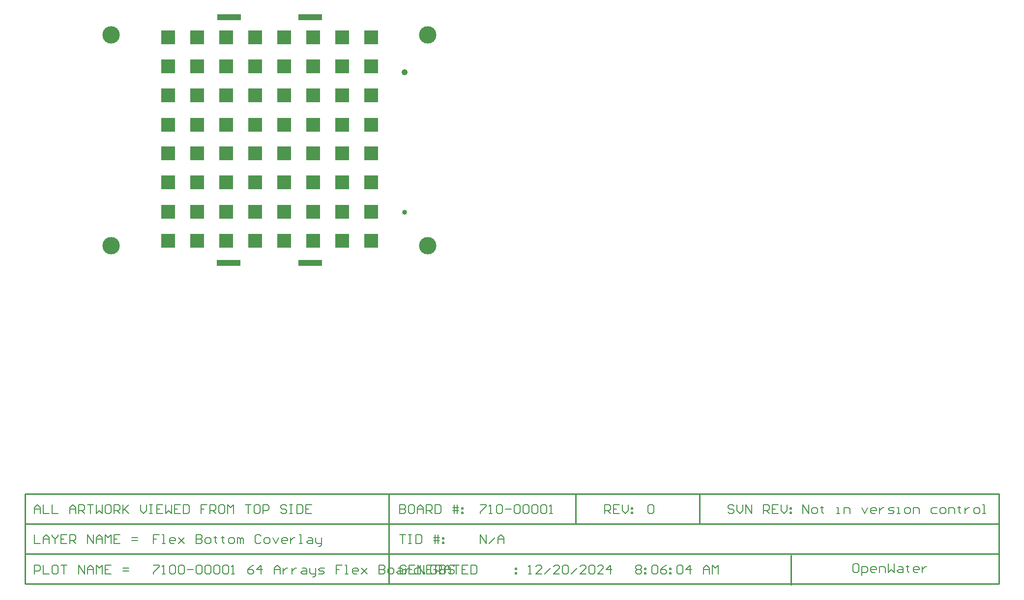
<source format=gbs>
G04*
G04 #@! TF.GenerationSoftware,Altium Limited,Altium Designer,24.3.1 (35)*
G04*
G04 Layer_Color=16711935*
%FSAX25Y25*%
%MOIN*%
G70*
G04*
G04 #@! TF.SameCoordinates,FD1E8778-55F6-401F-AF26-4ACC28CE7946*
G04*
G04*
G04 #@! TF.FilePolarity,Negative*
G04*
G01*
G75*
%ADD11C,0.01000*%
%ADD14C,0.00800*%
%ADD20C,0.11811*%
%ADD21C,0.03356*%
%ADD22C,0.04143*%
%ADD31R,0.09394X0.09394*%
%ADD32R,0.16394X0.04394*%
G54D11*
X0497200Y0080717D02*
Y0101050D01*
X0413200Y0080717D02*
Y0101050D01*
X0040000Y0080717D02*
X0700200D01*
X0040000Y0060383D02*
X0700000D01*
X0040000Y0040050D02*
X0440500D01*
X0040050Y0101050D02*
X0700200D01*
X0040050Y0040050D02*
Y0101050D01*
Y0040050D02*
X0197600D01*
X0040000D02*
Y0101050D01*
X0286500Y0040050D02*
Y0101050D01*
X0700200Y0040050D02*
Y0101050D01*
X0440500Y0040050D02*
X0700200D01*
X0559400Y0039400D02*
Y0059683D01*
G54D14*
X0130899Y0073549D02*
X0126900D01*
Y0070550D01*
X0128899D01*
X0126900D01*
Y0067551D01*
X0132898D02*
X0134897D01*
X0133898D01*
Y0073549D01*
X0132898D01*
X0140895Y0067551D02*
X0138896D01*
X0137896Y0068550D01*
Y0070550D01*
X0138896Y0071549D01*
X0140895D01*
X0141895Y0070550D01*
Y0069550D01*
X0137896D01*
X0143895Y0071549D02*
X0147893Y0067551D01*
X0145894Y0069550D01*
X0147893Y0071549D01*
X0143895Y0067551D01*
X0155891Y0073549D02*
Y0067551D01*
X0158890D01*
X0159889Y0068550D01*
Y0069550D01*
X0158890Y0070550D01*
X0155891D01*
X0158890D01*
X0159889Y0071549D01*
Y0072549D01*
X0158890Y0073549D01*
X0155891D01*
X0162888Y0067551D02*
X0164888D01*
X0165887Y0068550D01*
Y0070550D01*
X0164888Y0071549D01*
X0162888D01*
X0161889Y0070550D01*
Y0068550D01*
X0162888Y0067551D01*
X0168886Y0072549D02*
Y0071549D01*
X0167887D01*
X0169886D01*
X0168886D01*
Y0068550D01*
X0169886Y0067551D01*
X0173885Y0072549D02*
Y0071549D01*
X0172885D01*
X0174884D01*
X0173885D01*
Y0068550D01*
X0174884Y0067551D01*
X0178883D02*
X0180883D01*
X0181882Y0068550D01*
Y0070550D01*
X0180883Y0071549D01*
X0178883D01*
X0177884Y0070550D01*
Y0068550D01*
X0178883Y0067551D01*
X0183882D02*
Y0071549D01*
X0184881D01*
X0185881Y0070550D01*
Y0067551D01*
Y0070550D01*
X0186881Y0071549D01*
X0187880Y0070550D01*
Y0067551D01*
X0199876Y0072549D02*
X0198877Y0073549D01*
X0196877D01*
X0195878Y0072549D01*
Y0068550D01*
X0196877Y0067551D01*
X0198877D01*
X0199876Y0068550D01*
X0202875Y0067551D02*
X0204875D01*
X0205874Y0068550D01*
Y0070550D01*
X0204875Y0071549D01*
X0202875D01*
X0201876Y0070550D01*
Y0068550D01*
X0202875Y0067551D01*
X0207874Y0071549D02*
X0209873Y0067551D01*
X0211873Y0071549D01*
X0216871Y0067551D02*
X0214872D01*
X0213872Y0068550D01*
Y0070550D01*
X0214872Y0071549D01*
X0216871D01*
X0217871Y0070550D01*
Y0069550D01*
X0213872D01*
X0219870Y0071549D02*
Y0067551D01*
Y0069550D01*
X0220870Y0070550D01*
X0221869Y0071549D01*
X0222869D01*
X0225868Y0067551D02*
X0227867D01*
X0226868D01*
Y0073549D01*
X0225868D01*
X0231866Y0071549D02*
X0233865D01*
X0234865Y0070550D01*
Y0067551D01*
X0231866D01*
X0230866Y0068550D01*
X0231866Y0069550D01*
X0234865D01*
X0236864Y0071549D02*
Y0068550D01*
X0237864Y0067551D01*
X0240863D01*
Y0066551D01*
X0239863Y0065551D01*
X0238864D01*
X0240863Y0067551D02*
Y0071549D01*
X0567400Y0087833D02*
Y0093831D01*
X0571399Y0087833D01*
Y0093831D01*
X0574398Y0087833D02*
X0576397D01*
X0577397Y0088833D01*
Y0090832D01*
X0576397Y0091832D01*
X0574398D01*
X0573398Y0090832D01*
Y0088833D01*
X0574398Y0087833D01*
X0580396Y0092832D02*
Y0091832D01*
X0579396D01*
X0581395D01*
X0580396D01*
Y0088833D01*
X0581395Y0087833D01*
X0590393D02*
X0592392D01*
X0591392D01*
Y0091832D01*
X0590393D01*
X0595391Y0087833D02*
Y0091832D01*
X0598390D01*
X0599390Y0090832D01*
Y0087833D01*
X0607387Y0091832D02*
X0609386Y0087833D01*
X0611386Y0091832D01*
X0616384Y0087833D02*
X0614385D01*
X0613385Y0088833D01*
Y0090832D01*
X0614385Y0091832D01*
X0616384D01*
X0617384Y0090832D01*
Y0089833D01*
X0613385D01*
X0619383Y0091832D02*
Y0087833D01*
Y0089833D01*
X0620383Y0090832D01*
X0621383Y0091832D01*
X0622382D01*
X0625381Y0087833D02*
X0628380D01*
X0629380Y0088833D01*
X0628380Y0089833D01*
X0626381D01*
X0625381Y0090832D01*
X0626381Y0091832D01*
X0629380D01*
X0631379Y0087833D02*
X0633379D01*
X0632379D01*
Y0091832D01*
X0631379D01*
X0637377Y0087833D02*
X0639377D01*
X0640376Y0088833D01*
Y0090832D01*
X0639377Y0091832D01*
X0637377D01*
X0636378Y0090832D01*
Y0088833D01*
X0637377Y0087833D01*
X0642376D02*
Y0091832D01*
X0645375D01*
X0646374Y0090832D01*
Y0087833D01*
X0658371Y0091832D02*
X0655372D01*
X0654372Y0090832D01*
Y0088833D01*
X0655372Y0087833D01*
X0658371D01*
X0661370D02*
X0663369D01*
X0664369Y0088833D01*
Y0090832D01*
X0663369Y0091832D01*
X0661370D01*
X0660370Y0090832D01*
Y0088833D01*
X0661370Y0087833D01*
X0666368D02*
Y0091832D01*
X0669367D01*
X0670367Y0090832D01*
Y0087833D01*
X0673366Y0092832D02*
Y0091832D01*
X0672366D01*
X0674365D01*
X0673366D01*
Y0088833D01*
X0674365Y0087833D01*
X0677364Y0091832D02*
Y0087833D01*
Y0089833D01*
X0678364Y0090832D01*
X0679364Y0091832D01*
X0680364D01*
X0684362Y0087833D02*
X0686362D01*
X0687361Y0088833D01*
Y0090832D01*
X0686362Y0091832D01*
X0684362D01*
X0683362Y0090832D01*
Y0088833D01*
X0684362Y0087833D01*
X0689361D02*
X0691360D01*
X0690360D01*
Y0093831D01*
X0689361D01*
X0520799Y0092832D02*
X0519799Y0093831D01*
X0517800D01*
X0516800Y0092832D01*
Y0091832D01*
X0517800Y0090832D01*
X0519799D01*
X0520799Y0089833D01*
Y0088833D01*
X0519799Y0087833D01*
X0517800D01*
X0516800Y0088833D01*
X0522798Y0093831D02*
Y0089833D01*
X0524797Y0087833D01*
X0526797Y0089833D01*
Y0093831D01*
X0528796Y0087833D02*
Y0093831D01*
X0532795Y0087833D01*
Y0093831D01*
X0540792Y0087833D02*
Y0093831D01*
X0543791D01*
X0544791Y0092832D01*
Y0090832D01*
X0543791Y0089833D01*
X0540792D01*
X0542792D02*
X0544791Y0087833D01*
X0550789Y0093831D02*
X0546790D01*
Y0087833D01*
X0550789D01*
X0546790Y0090832D02*
X0548790D01*
X0552788Y0093831D02*
Y0089833D01*
X0554788Y0087833D01*
X0556787Y0089833D01*
Y0093831D01*
X0558786Y0091832D02*
X0559786D01*
Y0090832D01*
X0558786D01*
Y0091832D01*
Y0088833D02*
X0559786D01*
Y0087833D01*
X0558786D01*
Y0088833D01*
X0433000Y0087833D02*
Y0093831D01*
X0435999D01*
X0436999Y0092832D01*
Y0090832D01*
X0435999Y0089833D01*
X0433000D01*
X0434999D02*
X0436999Y0087833D01*
X0442997Y0093831D02*
X0438998D01*
Y0087833D01*
X0442997D01*
X0438998Y0090832D02*
X0440997D01*
X0444996Y0093831D02*
Y0089833D01*
X0446995Y0087833D01*
X0448995Y0089833D01*
Y0093831D01*
X0450994Y0091832D02*
X0451994D01*
Y0090832D01*
X0450994D01*
Y0091832D01*
Y0088833D02*
X0451994D01*
Y0087833D01*
X0450994D01*
Y0088833D01*
X0126900Y0052965D02*
X0130899D01*
Y0051965D01*
X0126900Y0047966D01*
Y0046966D01*
X0132898D02*
X0134897D01*
X0133898D01*
Y0052965D01*
X0132898Y0051965D01*
X0137896D02*
X0138896Y0052965D01*
X0140895D01*
X0141895Y0051965D01*
Y0047966D01*
X0140895Y0046966D01*
X0138896D01*
X0137896Y0047966D01*
Y0051965D01*
X0143895D02*
X0144894Y0052965D01*
X0146894D01*
X0147893Y0051965D01*
Y0047966D01*
X0146894Y0046966D01*
X0144894D01*
X0143895Y0047966D01*
Y0051965D01*
X0149893Y0049966D02*
X0153891D01*
X0155891Y0051965D02*
X0156890Y0052965D01*
X0158890D01*
X0159889Y0051965D01*
Y0047966D01*
X0158890Y0046966D01*
X0156890D01*
X0155891Y0047966D01*
Y0051965D01*
X0161889D02*
X0162888Y0052965D01*
X0164888D01*
X0165887Y0051965D01*
Y0047966D01*
X0164888Y0046966D01*
X0162888D01*
X0161889Y0047966D01*
Y0051965D01*
X0167887D02*
X0168886Y0052965D01*
X0170886D01*
X0171885Y0051965D01*
Y0047966D01*
X0170886Y0046966D01*
X0168886D01*
X0167887Y0047966D01*
Y0051965D01*
X0173885D02*
X0174884Y0052965D01*
X0176884D01*
X0177884Y0051965D01*
Y0047966D01*
X0176884Y0046966D01*
X0174884D01*
X0173885Y0047966D01*
Y0051965D01*
X0179883Y0046966D02*
X0181882D01*
X0180883D01*
Y0052965D01*
X0179883Y0051965D01*
X0194878Y0052965D02*
X0192879Y0051965D01*
X0190879Y0049966D01*
Y0047966D01*
X0191879Y0046966D01*
X0193878D01*
X0194878Y0047966D01*
Y0048966D01*
X0193878Y0049966D01*
X0190879D01*
X0199876Y0046966D02*
Y0052965D01*
X0196877Y0049966D01*
X0200876D01*
X0208874Y0046966D02*
Y0050965D01*
X0210873Y0052965D01*
X0212872Y0050965D01*
Y0046966D01*
Y0049966D01*
X0208874D01*
X0214872Y0050965D02*
Y0046966D01*
Y0048966D01*
X0215871Y0049966D01*
X0216871Y0050965D01*
X0217871D01*
X0220870D02*
Y0046966D01*
Y0048966D01*
X0221869Y0049966D01*
X0222869Y0050965D01*
X0223869D01*
X0227867D02*
X0229867D01*
X0230866Y0049966D01*
Y0046966D01*
X0227867D01*
X0226868Y0047966D01*
X0227867Y0048966D01*
X0230866D01*
X0232866Y0050965D02*
Y0047966D01*
X0233865Y0046966D01*
X0236864D01*
Y0045967D01*
X0235865Y0044967D01*
X0234865D01*
X0236864Y0046966D02*
Y0050965D01*
X0238864Y0046966D02*
X0241863D01*
X0242863Y0047966D01*
X0241863Y0048966D01*
X0239863D01*
X0238864Y0049966D01*
X0239863Y0050965D01*
X0242863D01*
X0254859Y0052965D02*
X0250860D01*
Y0049966D01*
X0252859D01*
X0250860D01*
Y0046966D01*
X0256858D02*
X0258857D01*
X0257858D01*
Y0052965D01*
X0256858D01*
X0264855Y0046966D02*
X0262856D01*
X0261856Y0047966D01*
Y0049966D01*
X0262856Y0050965D01*
X0264855D01*
X0265855Y0049966D01*
Y0048966D01*
X0261856D01*
X0267854Y0050965D02*
X0271853Y0046966D01*
X0269854Y0048966D01*
X0271853Y0050965D01*
X0267854Y0046966D01*
X0279851Y0052965D02*
Y0046966D01*
X0282850D01*
X0283849Y0047966D01*
Y0048966D01*
X0282850Y0049966D01*
X0279851D01*
X0282850D01*
X0283849Y0050965D01*
Y0051965D01*
X0282850Y0052965D01*
X0279851D01*
X0286848Y0046966D02*
X0288848D01*
X0289847Y0047966D01*
Y0049966D01*
X0288848Y0050965D01*
X0286848D01*
X0285849Y0049966D01*
Y0047966D01*
X0286848Y0046966D01*
X0292846Y0050965D02*
X0294846D01*
X0295845Y0049966D01*
Y0046966D01*
X0292846D01*
X0291847Y0047966D01*
X0292846Y0048966D01*
X0295845D01*
X0297845Y0050965D02*
Y0046966D01*
Y0048966D01*
X0298844Y0049966D01*
X0299844Y0050965D01*
X0300844D01*
X0307841Y0052965D02*
Y0046966D01*
X0304842D01*
X0303843Y0047966D01*
Y0049966D01*
X0304842Y0050965D01*
X0307841D01*
X0309841Y0046966D02*
Y0047966D01*
X0310841D01*
Y0046966D01*
X0309841D01*
X0318838Y0051965D02*
X0317838Y0052965D01*
X0315839D01*
X0314839Y0051965D01*
Y0047966D01*
X0315839Y0046966D01*
X0317838D01*
X0318838Y0047966D01*
Y0049966D01*
X0316839D01*
X0320837Y0052965D02*
Y0046966D01*
X0323836D01*
X0324836Y0047966D01*
Y0048966D01*
X0323836Y0049966D01*
X0320837D01*
X0323836D01*
X0324836Y0050965D01*
Y0051965D01*
X0323836Y0052965D01*
X0320837D01*
X0330834Y0051965D02*
X0329834Y0052965D01*
X0327835D01*
X0326835Y0051965D01*
Y0050965D01*
X0327835Y0049966D01*
X0329834D01*
X0330834Y0048966D01*
Y0047966D01*
X0329834Y0046966D01*
X0327835D01*
X0326835Y0047966D01*
X0381150Y0046966D02*
X0383149D01*
X0382150D01*
Y0052965D01*
X0381150Y0051965D01*
X0390147Y0046966D02*
X0386148D01*
X0390147Y0050965D01*
Y0051965D01*
X0389147Y0052965D01*
X0387148D01*
X0386148Y0051965D01*
X0392146Y0046966D02*
X0396145Y0050965D01*
X0402143Y0046966D02*
X0398145D01*
X0402143Y0050965D01*
Y0051965D01*
X0401144Y0052965D01*
X0399144D01*
X0398145Y0051965D01*
X0404143D02*
X0405142Y0052965D01*
X0407142D01*
X0408141Y0051965D01*
Y0047966D01*
X0407142Y0046966D01*
X0405142D01*
X0404143Y0047966D01*
Y0051965D01*
X0410141Y0046966D02*
X0414139Y0050965D01*
X0420137Y0046966D02*
X0416139D01*
X0420137Y0050965D01*
Y0051965D01*
X0419138Y0052965D01*
X0417138D01*
X0416139Y0051965D01*
X0422137D02*
X0423136Y0052965D01*
X0425136D01*
X0426135Y0051965D01*
Y0047966D01*
X0425136Y0046966D01*
X0423136D01*
X0422137Y0047966D01*
Y0051965D01*
X0432133Y0046966D02*
X0428135D01*
X0432133Y0050965D01*
Y0051965D01*
X0431134Y0052965D01*
X0429135D01*
X0428135Y0051965D01*
X0437132Y0046966D02*
Y0052965D01*
X0434133Y0049966D01*
X0438132D01*
X0298199Y0051965D02*
X0297199Y0052965D01*
X0295200D01*
X0294200Y0051965D01*
Y0047966D01*
X0295200Y0046966D01*
X0297199D01*
X0298199Y0047966D01*
Y0049966D01*
X0296199D01*
X0304197Y0052965D02*
X0300198D01*
Y0046966D01*
X0304197D01*
X0300198Y0049966D02*
X0302197D01*
X0306196Y0046966D02*
Y0052965D01*
X0310195Y0046966D01*
Y0052965D01*
X0316193D02*
X0312194D01*
Y0046966D01*
X0316193D01*
X0312194Y0049966D02*
X0314194D01*
X0318192Y0046966D02*
Y0052965D01*
X0321191D01*
X0322191Y0051965D01*
Y0049966D01*
X0321191Y0048966D01*
X0318192D01*
X0320192D02*
X0322191Y0046966D01*
X0324190D02*
Y0050965D01*
X0326190Y0052965D01*
X0328189Y0050965D01*
Y0046966D01*
Y0049966D01*
X0324190D01*
X0330188Y0052965D02*
X0334187D01*
X0332188D01*
Y0046966D01*
X0340185Y0052965D02*
X0336186D01*
Y0046966D01*
X0340185D01*
X0336186Y0049966D02*
X0338186D01*
X0342184Y0052965D02*
Y0046966D01*
X0345183D01*
X0346183Y0047966D01*
Y0051965D01*
X0345183Y0052965D01*
X0342184D01*
X0372175Y0050965D02*
X0373175D01*
Y0049966D01*
X0372175D01*
Y0050965D01*
Y0047966D02*
X0373175D01*
Y0046966D01*
X0372175D01*
Y0047966D01*
X0046350Y0087833D02*
Y0091832D01*
X0048349Y0093831D01*
X0050349Y0091832D01*
Y0087833D01*
Y0090832D01*
X0046350D01*
X0052348Y0093831D02*
Y0087833D01*
X0056347D01*
X0058346Y0093831D02*
Y0087833D01*
X0062345D01*
X0070342D02*
Y0091832D01*
X0072342Y0093831D01*
X0074341Y0091832D01*
Y0087833D01*
Y0090832D01*
X0070342D01*
X0076340Y0087833D02*
Y0093831D01*
X0079339D01*
X0080339Y0092832D01*
Y0090832D01*
X0079339Y0089833D01*
X0076340D01*
X0078340D02*
X0080339Y0087833D01*
X0082338Y0093831D02*
X0086337D01*
X0084338D01*
Y0087833D01*
X0088336Y0093831D02*
Y0087833D01*
X0090336Y0089833D01*
X0092335Y0087833D01*
Y0093831D01*
X0097334D02*
X0095334D01*
X0094335Y0092832D01*
Y0088833D01*
X0095334Y0087833D01*
X0097334D01*
X0098333Y0088833D01*
Y0092832D01*
X0097334Y0093831D01*
X0100332Y0087833D02*
Y0093831D01*
X0103332D01*
X0104331Y0092832D01*
Y0090832D01*
X0103332Y0089833D01*
X0100332D01*
X0102332D02*
X0104331Y0087833D01*
X0106331Y0093831D02*
Y0087833D01*
Y0089833D01*
X0110329Y0093831D01*
X0107330Y0090832D01*
X0110329Y0087833D01*
X0118327Y0093831D02*
Y0089833D01*
X0120326Y0087833D01*
X0122325Y0089833D01*
Y0093831D01*
X0124325D02*
X0126324D01*
X0125324D01*
Y0087833D01*
X0124325D01*
X0126324D01*
X0133322Y0093831D02*
X0129323D01*
Y0087833D01*
X0133322D01*
X0129323Y0090832D02*
X0131323D01*
X0135321Y0093831D02*
Y0087833D01*
X0137321Y0089833D01*
X0139320Y0087833D01*
Y0093831D01*
X0145318D02*
X0141319D01*
Y0087833D01*
X0145318D01*
X0141319Y0090832D02*
X0143319D01*
X0147317Y0093831D02*
Y0087833D01*
X0150316D01*
X0151316Y0088833D01*
Y0092832D01*
X0150316Y0093831D01*
X0147317D01*
X0163312D02*
X0159313D01*
Y0090832D01*
X0161313D01*
X0159313D01*
Y0087833D01*
X0165312D02*
Y0093831D01*
X0168310D01*
X0169310Y0092832D01*
Y0090832D01*
X0168310Y0089833D01*
X0165312D01*
X0167311D02*
X0169310Y0087833D01*
X0174309Y0093831D02*
X0172309D01*
X0171310Y0092832D01*
Y0088833D01*
X0172309Y0087833D01*
X0174309D01*
X0175308Y0088833D01*
Y0092832D01*
X0174309Y0093831D01*
X0177308Y0087833D02*
Y0093831D01*
X0179307Y0091832D01*
X0181306Y0093831D01*
Y0087833D01*
X0189304Y0093831D02*
X0193303D01*
X0191303D01*
Y0087833D01*
X0198301Y0093831D02*
X0196301D01*
X0195302Y0092832D01*
Y0088833D01*
X0196301Y0087833D01*
X0198301D01*
X0199301Y0088833D01*
Y0092832D01*
X0198301Y0093831D01*
X0201300Y0087833D02*
Y0093831D01*
X0204299D01*
X0205299Y0092832D01*
Y0090832D01*
X0204299Y0089833D01*
X0201300D01*
X0217295Y0092832D02*
X0216295Y0093831D01*
X0214296D01*
X0213296Y0092832D01*
Y0091832D01*
X0214296Y0090832D01*
X0216295D01*
X0217295Y0089833D01*
Y0088833D01*
X0216295Y0087833D01*
X0214296D01*
X0213296Y0088833D01*
X0219294Y0093831D02*
X0221293D01*
X0220294D01*
Y0087833D01*
X0219294D01*
X0221293D01*
X0224292Y0093831D02*
Y0087833D01*
X0227291D01*
X0228291Y0088833D01*
Y0092832D01*
X0227291Y0093831D01*
X0224292D01*
X0234289D02*
X0230291D01*
Y0087833D01*
X0234289D01*
X0230291Y0090832D02*
X0232290D01*
X0462150Y0092832D02*
X0463150Y0093831D01*
X0465149D01*
X0466149Y0092832D01*
Y0088833D01*
X0465149Y0087833D01*
X0463150D01*
X0462150Y0088833D01*
Y0092832D01*
X0348550Y0093831D02*
X0352549D01*
Y0092832D01*
X0348550Y0088833D01*
Y0087833D01*
X0354548D02*
X0356547D01*
X0355548D01*
Y0093831D01*
X0354548Y0092832D01*
X0359546D02*
X0360546Y0093831D01*
X0362545D01*
X0363545Y0092832D01*
Y0088833D01*
X0362545Y0087833D01*
X0360546D01*
X0359546Y0088833D01*
Y0092832D01*
X0365545Y0090832D02*
X0369543D01*
X0371543Y0092832D02*
X0372542Y0093831D01*
X0374542D01*
X0375541Y0092832D01*
Y0088833D01*
X0374542Y0087833D01*
X0372542D01*
X0371543Y0088833D01*
Y0092832D01*
X0377541D02*
X0378540Y0093831D01*
X0380540D01*
X0381539Y0092832D01*
Y0088833D01*
X0380540Y0087833D01*
X0378540D01*
X0377541Y0088833D01*
Y0092832D01*
X0383539D02*
X0384538Y0093831D01*
X0386538D01*
X0387537Y0092832D01*
Y0088833D01*
X0386538Y0087833D01*
X0384538D01*
X0383539Y0088833D01*
Y0092832D01*
X0389537D02*
X0390536Y0093831D01*
X0392536D01*
X0393535Y0092832D01*
Y0088833D01*
X0392536Y0087833D01*
X0390536D01*
X0389537Y0088833D01*
Y0092832D01*
X0395535Y0087833D02*
X0397534D01*
X0396534D01*
Y0093831D01*
X0395535Y0092832D01*
X0294000Y0093831D02*
Y0087833D01*
X0296999D01*
X0297999Y0088833D01*
Y0089833D01*
X0296999Y0090832D01*
X0294000D01*
X0296999D01*
X0297999Y0091832D01*
Y0092832D01*
X0296999Y0093831D01*
X0294000D01*
X0302997D02*
X0300998D01*
X0299998Y0092832D01*
Y0088833D01*
X0300998Y0087833D01*
X0302997D01*
X0303997Y0088833D01*
Y0092832D01*
X0302997Y0093831D01*
X0305996Y0087833D02*
Y0091832D01*
X0307996Y0093831D01*
X0309995Y0091832D01*
Y0087833D01*
Y0090832D01*
X0305996D01*
X0311994Y0087833D02*
Y0093831D01*
X0314993D01*
X0315993Y0092832D01*
Y0090832D01*
X0314993Y0089833D01*
X0311994D01*
X0313994D02*
X0315993Y0087833D01*
X0317992Y0093831D02*
Y0087833D01*
X0320991D01*
X0321991Y0088833D01*
Y0092832D01*
X0320991Y0093831D01*
X0317992D01*
X0330988Y0087833D02*
Y0093831D01*
X0332987D02*
Y0087833D01*
X0329988Y0091832D02*
X0332987D01*
X0333987D01*
X0329988Y0089833D02*
X0333987D01*
X0335986Y0091832D02*
X0336986D01*
Y0090832D01*
X0335986D01*
Y0091832D01*
Y0088833D02*
X0336986D01*
Y0087833D01*
X0335986D01*
Y0088833D01*
X0046350Y0073549D02*
Y0067551D01*
X0050349D01*
X0052348D02*
Y0071549D01*
X0054347Y0073549D01*
X0056347Y0071549D01*
Y0067551D01*
Y0070550D01*
X0052348D01*
X0058346Y0073549D02*
Y0072549D01*
X0060346Y0070550D01*
X0062345Y0072549D01*
Y0073549D01*
X0060346Y0070550D02*
Y0067551D01*
X0068343Y0073549D02*
X0064344D01*
Y0067551D01*
X0068343D01*
X0064344Y0070550D02*
X0066343D01*
X0070342Y0067551D02*
Y0073549D01*
X0073341D01*
X0074341Y0072549D01*
Y0070550D01*
X0073341Y0069550D01*
X0070342D01*
X0072342D02*
X0074341Y0067551D01*
X0082338D02*
Y0073549D01*
X0086337Y0067551D01*
Y0073549D01*
X0088336Y0067551D02*
Y0071549D01*
X0090336Y0073549D01*
X0092335Y0071549D01*
Y0067551D01*
Y0070550D01*
X0088336D01*
X0094335Y0067551D02*
Y0073549D01*
X0096334Y0071549D01*
X0098333Y0073549D01*
Y0067551D01*
X0104331Y0073549D02*
X0100332D01*
Y0067551D01*
X0104331D01*
X0100332Y0070550D02*
X0102332D01*
X0112329Y0069550D02*
X0116327D01*
X0112329Y0071549D02*
X0116327D01*
X0046350Y0046966D02*
Y0052965D01*
X0049349D01*
X0050349Y0051965D01*
Y0049966D01*
X0049349Y0048966D01*
X0046350D01*
X0052348Y0052965D02*
Y0046966D01*
X0056347D01*
X0061345Y0052965D02*
X0059346D01*
X0058346Y0051965D01*
Y0047966D01*
X0059346Y0046966D01*
X0061345D01*
X0062345Y0047966D01*
Y0051965D01*
X0061345Y0052965D01*
X0064344D02*
X0068343D01*
X0066343D01*
Y0046966D01*
X0076340D02*
Y0052965D01*
X0080339Y0046966D01*
Y0052965D01*
X0082338Y0046966D02*
Y0050965D01*
X0084338Y0052965D01*
X0086337Y0050965D01*
Y0046966D01*
Y0049966D01*
X0082338D01*
X0088336Y0046966D02*
Y0052965D01*
X0090336Y0050965D01*
X0092335Y0052965D01*
Y0046966D01*
X0098333Y0052965D02*
X0094335D01*
Y0046966D01*
X0098333D01*
X0094335Y0049966D02*
X0096334D01*
X0106331Y0048966D02*
X0110329D01*
X0106331Y0050965D02*
X0110329D01*
X0454050Y0051965D02*
X0455050Y0052965D01*
X0457049D01*
X0458049Y0051965D01*
Y0050965D01*
X0457049Y0049966D01*
X0458049Y0048966D01*
Y0047966D01*
X0457049Y0046966D01*
X0455050D01*
X0454050Y0047966D01*
Y0048966D01*
X0455050Y0049966D01*
X0454050Y0050965D01*
Y0051965D01*
X0455050Y0049966D02*
X0457049D01*
X0460048Y0050965D02*
X0461048D01*
Y0049966D01*
X0460048D01*
Y0050965D01*
Y0047966D02*
X0461048D01*
Y0046966D01*
X0460048D01*
Y0047966D01*
X0465046Y0051965D02*
X0466046Y0052965D01*
X0468046D01*
X0469045Y0051965D01*
Y0047966D01*
X0468046Y0046966D01*
X0466046D01*
X0465046Y0047966D01*
Y0051965D01*
X0475043Y0052965D02*
X0473044Y0051965D01*
X0471044Y0049966D01*
Y0047966D01*
X0472044Y0046966D01*
X0474044D01*
X0475043Y0047966D01*
Y0048966D01*
X0474044Y0049966D01*
X0471044D01*
X0477043Y0050965D02*
X0478042D01*
Y0049966D01*
X0477043D01*
Y0050965D01*
Y0047966D02*
X0478042D01*
Y0046966D01*
X0477043D01*
Y0047966D01*
X0482041Y0051965D02*
X0483041Y0052965D01*
X0485040D01*
X0486040Y0051965D01*
Y0047966D01*
X0485040Y0046966D01*
X0483041D01*
X0482041Y0047966D01*
Y0051965D01*
X0491038Y0046966D02*
Y0052965D01*
X0488039Y0049966D01*
X0492038D01*
X0500035Y0046966D02*
Y0050965D01*
X0502035Y0052965D01*
X0504034Y0050965D01*
Y0046966D01*
Y0049966D01*
X0500035D01*
X0506033Y0046966D02*
Y0052965D01*
X0508033Y0050965D01*
X0510032Y0052965D01*
Y0046966D01*
X0604409Y0053922D02*
X0602409D01*
X0601409Y0052922D01*
Y0048923D01*
X0602409Y0047924D01*
X0604409D01*
X0605408Y0048923D01*
Y0052922D01*
X0604409Y0053922D01*
X0607408Y0045924D02*
Y0051922D01*
X0610407D01*
X0611406Y0050923D01*
Y0048923D01*
X0610407Y0047924D01*
X0607408D01*
X0616405D02*
X0614405D01*
X0613406Y0048923D01*
Y0050923D01*
X0614405Y0051922D01*
X0616405D01*
X0617404Y0050923D01*
Y0049923D01*
X0613406D01*
X0619404Y0047924D02*
Y0051922D01*
X0622403D01*
X0623402Y0050923D01*
Y0047924D01*
X0625402Y0053922D02*
Y0047924D01*
X0627401Y0049923D01*
X0629400Y0047924D01*
Y0053922D01*
X0632400Y0051922D02*
X0634399D01*
X0635398Y0050923D01*
Y0047924D01*
X0632400D01*
X0631400Y0048923D01*
X0632400Y0049923D01*
X0635398D01*
X0638398Y0052922D02*
Y0051922D01*
X0637398D01*
X0639397D01*
X0638398D01*
Y0048923D01*
X0639397Y0047924D01*
X0645395D02*
X0643396D01*
X0642396Y0048923D01*
Y0050923D01*
X0643396Y0051922D01*
X0645395D01*
X0646395Y0050923D01*
Y0049923D01*
X0642396D01*
X0648394Y0051922D02*
Y0047924D01*
Y0049923D01*
X0649394Y0050923D01*
X0650394Y0051922D01*
X0651393D01*
X0294000Y0073498D02*
X0297999D01*
X0295999D01*
Y0067500D01*
X0299998Y0073498D02*
X0301997D01*
X0300998D01*
Y0067500D01*
X0299998D01*
X0301997D01*
X0304996Y0073498D02*
Y0067500D01*
X0307996D01*
X0308995Y0068500D01*
Y0072498D01*
X0307996Y0073498D01*
X0304996D01*
X0317992Y0067500D02*
Y0073498D01*
X0319992D02*
Y0067500D01*
X0316993Y0071499D02*
X0319992D01*
X0320991D01*
X0316993Y0069499D02*
X0320991D01*
X0322991Y0071499D02*
X0323990D01*
Y0070499D01*
X0322991D01*
Y0071499D01*
Y0068500D02*
X0323990D01*
Y0067500D01*
X0322991D01*
Y0068500D01*
X0348550Y0067500D02*
Y0073498D01*
X0352549Y0067500D01*
Y0073498D01*
X0354548Y0067500D02*
X0358547Y0071499D01*
X0360546Y0067500D02*
Y0071499D01*
X0362545Y0073498D01*
X0364545Y0071499D01*
Y0067500D01*
Y0070499D01*
X0360546D01*
G54D20*
X0098403Y0269632D02*
D03*
X0312957Y0412532D02*
D03*
X0098403D02*
D03*
X0312957Y0269632D02*
D03*
G54D21*
X0297406Y0292280D02*
D03*
G54D22*
Y0387162D02*
D03*
G54D31*
X0136838Y0410796D02*
D03*
X0156538D02*
D03*
X0176238D02*
D03*
X0195838D02*
D03*
X0215538D02*
D03*
X0235238D02*
D03*
X0254938D02*
D03*
X0274638D02*
D03*
X0136838Y0391096D02*
D03*
X0156538D02*
D03*
X0176238D02*
D03*
X0195838D02*
D03*
X0215538D02*
D03*
X0235238D02*
D03*
X0254938D02*
D03*
X0274638D02*
D03*
X0136838Y0371396D02*
D03*
X0156538D02*
D03*
X0176238D02*
D03*
X0195838D02*
D03*
X0215538D02*
D03*
X0235238D02*
D03*
X0254938D02*
D03*
X0274638D02*
D03*
X0136838Y0351696D02*
D03*
X0156538D02*
D03*
X0176238D02*
D03*
X0195838D02*
D03*
X0215538D02*
D03*
X0235238D02*
D03*
X0254938D02*
D03*
X0274638D02*
D03*
X0136838Y0332096D02*
D03*
X0156538D02*
D03*
X0176238D02*
D03*
X0195838D02*
D03*
X0215538D02*
D03*
X0235238D02*
D03*
X0254938D02*
D03*
X0274638D02*
D03*
X0136838Y0312396D02*
D03*
X0156538D02*
D03*
X0176238D02*
D03*
X0195838D02*
D03*
X0215538D02*
D03*
X0235238D02*
D03*
X0254938D02*
D03*
X0274638D02*
D03*
X0136838Y0292696D02*
D03*
X0156538D02*
D03*
X0176238D02*
D03*
X0195838D02*
D03*
X0215538D02*
D03*
X0235238D02*
D03*
X0254938D02*
D03*
X0274638D02*
D03*
X0136838Y0272996D02*
D03*
X0156538D02*
D03*
X0176238D02*
D03*
X0195838D02*
D03*
X0215538D02*
D03*
X0235238D02*
D03*
X0254938D02*
D03*
X0274638D02*
D03*
G54D32*
X0178038Y0257996D02*
D03*
X0233338Y0257896D02*
D03*
X0178338Y0424496D02*
D03*
X0233238D02*
D03*
M02*

</source>
